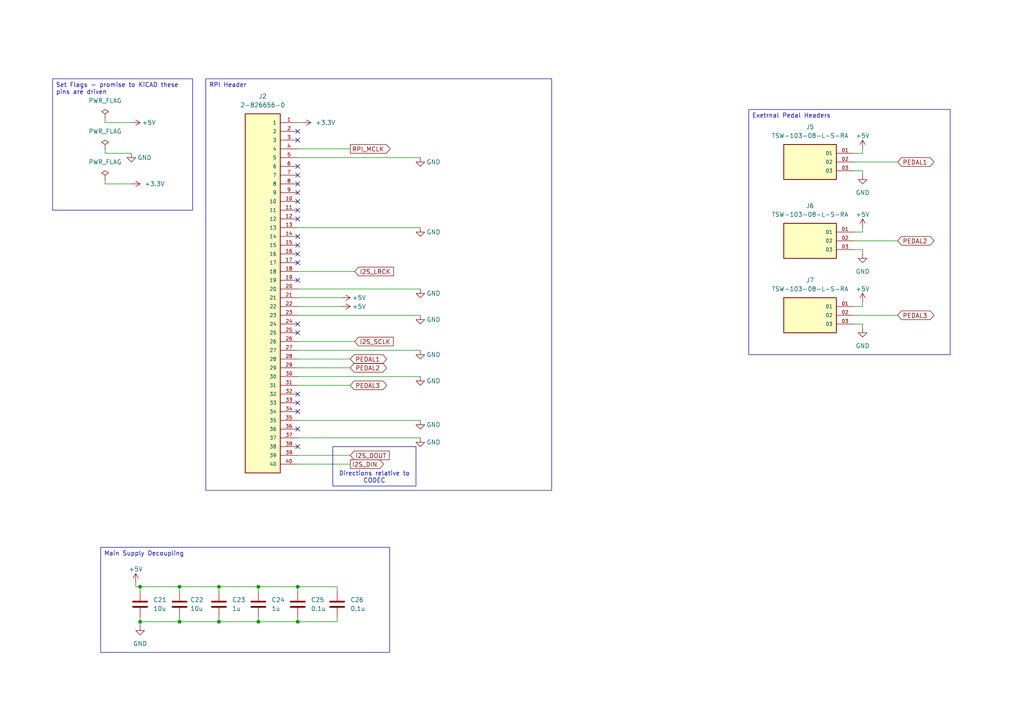
<source format=kicad_sch>
(kicad_sch (version 20230121) (generator eeschema)
  (paper "A4")
  (title_block (title "The Raspberry Jam") (date "2024-02-05") (rev "REV A0") (company "Engineer: Jed Scott"))
  (lib_symbols
    (symbol "2-826656-0:2-826656-0" (pin_names (offset 1.016))
      (property "Reference" "J" (at -5.58 53.34 0))
      (property "Value" "2-826656-0" (at -5.08 -53.34 0))
      (symbol "2-826656-0_0_0"
        (rectangle (start -5.08 -50.8) (end 5.08 53.34) (stroke (width 0.254)) (fill (type background)))
        (pin passive line (at -10.16 50.8 0) (length 5.08) (name "1") (number "1"))
        (pin passive line (at -10.16 27.94 0) (length 5.08) (name "10") (number "10"))
        (pin passive line (at -10.16 25.4 0) (length 5.08) (name "11") (number "11"))
        (pin passive line (at -10.16 22.86 0) (length 5.08) (name "12") (number "12"))
        (pin passive line (at -10.16 20.32 0) (length 5.08) (name "13") (number "13"))
        (pin passive line (at -10.16 17.78 0) (length 5.08) (name "14") (number "14"))
        (pin passive line (at -10.16 15.24 0) (length 5.08) (name "15") (number "15"))
        (pin passive line (at -10.16 12.7 0) (length 5.08) (name "16") (number "16"))
        (pin passive line (at -10.16 10.16 0) (length 5.08) (name "17") (number "17"))
        (pin passive line (at -10.16 7.62 0) (length 5.08) (name "18") (number "18"))
        (pin passive line (at -10.16 5.08 0) (length 5.08) (name "19") (number "19"))
        (pin passive line (at -10.16 48.26 0) (length 5.08) (name "2") (number "2"))
        (pin passive line (at -10.16 2.54 0) (length 5.08) (name "20") (number "20"))
        (pin passive line (at -10.16 0 0) (length 5.08) (name "21") (number "21"))
        (pin passive line (at -10.16 -2.54 0) (length 5.08) (name "22") (number "22"))
        (pin passive line (at -10.16 -5.08 0) (length 5.08) (name "23") (number "23"))
        (pin passive line (at -10.16 -7.62 0) (length 5.08) (name "24") (number "24"))
        (pin passive line (at -10.16 -10.16 0) (length 5.08) (name "25") (number "25"))
        (pin passive line (at -10.16 -12.7 0) (length 5.08) (name "26") (number "26"))
        (pin passive line (at -10.16 -15.24 0) (length 5.08) (name "27") (number "27"))
        (pin passive line (at -10.16 -17.78 0) (length 5.08) (name "28") (number "28"))
        (pin passive line (at -10.16 -20.32 0) (length 5.08) (name "29") (number "29"))
        (pin passive line (at -10.16 45.72 0) (length 5.08) (name "3") (number "3"))
        (pin passive line (at -10.16 -22.86 0) (length 5.08) (name "30") (number "30"))
        (pin passive line (at -10.16 -25.4 0) (length 5.08) (name "31") (number "31"))
        (pin passive line (at -10.16 -27.94 0) (length 5.08) (name "32") (number "32"))
        (pin passive line (at -10.16 -30.48 0) (length 5.08) (name "33") (number "33"))
        (pin passive line (at -10.16 -33.02 0) (length 5.08) (name "34") (number "34"))
        (pin passive line (at -10.16 -35.56 0) (length 5.08) (name "35") (number "35"))
        (pin passive line (at -10.16 -38.1 0) (length 5.08) (name "36") (number "36"))
        (pin passive line (at -10.16 -40.64 0) (length 5.08) (name "37") (number "37"))
        (pin passive line (at -10.16 -43.18 0) (length 5.08) (name "38") (number "38"))
        (pin passive line (at -10.16 -45.72 0) (length 5.08) (name "39") (number "39"))
        (pin passive line (at -10.16 43.18 0) (length 5.08) (name "4") (number "4"))
        (pin passive line (at -10.16 -48.26 0) (length 5.08) (name "40") (number "40"))
        (pin passive line (at -10.16 40.64 0) (length 5.08) (name "5") (number "5"))
        (pin passive line (at -10.16 38.1 0) (length 5.08) (name "6") (number "6"))
        (pin passive line (at -10.16 35.56 0) (length 5.08) (name "7") (number "7"))
        (pin passive line (at -10.16 33.02 0) (length 5.08) (name "8") (number "8"))
        (pin passive line (at -10.16 30.48 0) (length 5.08) (name "9") (number "9"))
      )
    )
    (symbol "Device:C" (pin_numbers hide) (pin_names (offset 0.254))
      (property "Reference" "C" (at 0.635 2.54 0))
      (property "Value" "C" (at 0.635 -2.54 0))
      (symbol "C_0_1"
        (polyline (pts (xy -2.032 -0.762) (xy 2.032 -0.762)) (stroke (width 0.508)))
        (polyline (pts (xy -2.032 0.762) (xy 2.032 0.762)) (stroke (width 0.508)))
      )
      (symbol "C_1_1"
        (pin passive line (at 0 3.81 270) (length 2.794) (name "~") (number "1"))
        (pin passive line (at 0 -3.81 90) (length 2.794) (name "~") (number "2"))
      )
    )
    (symbol "TSW-103-08-L-S-RA:TSW-103-08-L-S-RA" (pin_names (offset 1.016))
      (property "Reference" "J" (at -8.12 5.08 0))
      (property "Value" "TSW-103-08-L-S-RA" (at -7.62 -7.62 0))
      (symbol "TSW-103-08-L-S-RA_0_0"
        (rectangle (start -7.62 -5.08) (end 7.62 5.08) (stroke (width 0.254)) (fill (type background)))
        (pin passive line (at -12.7 2.54 0) (length 5.08) (name "01") (number "01"))
        (pin passive line (at -12.7 0 0) (length 5.08) (name "02") (number "02"))
        (pin passive line (at -12.7 -2.54 0) (length 5.08) (name "03") (number "03"))
      )
    )
    (symbol "power:+3.3V" (power) (pin_names (offset 0))
      (property "Value" "+3.3V" (at 0 3.556 0))
      (symbol "+3.3V_0_1"
        (polyline (pts (xy -0.762 1.27) (xy 0 2.54)))
        (polyline (pts (xy 0 0) (xy 0 2.54)))
        (polyline (pts (xy 0 2.54) (xy 0.762 1.27)))
      )
      (symbol "+3.3V_1_1"
        (pin power_in line (at 0 0 90) (length 0) hide (name "+3.3V") (number "1"))
      )
    )
    (symbol "power:+5V" (power) (pin_names (offset 0))
      (property "Value" "+5V" (at 0 3.556 0))
      (symbol "+5V_0_1"
        (polyline (pts (xy -0.762 1.27) (xy 0 2.54)))
        (polyline (pts (xy 0 0) (xy 0 2.54)))
        (polyline (pts (xy 0 2.54) (xy 0.762 1.27)))
      )
      (symbol "+5V_1_1"
        (pin power_in line (at 0 0 90) (length 0) hide (name "+5V") (number "1"))
      )
    )
    (symbol "power:GND" (power) (pin_names (offset 0))
      (property "Value" "GND" (at 0 -3.81 0))
      (symbol "GND_0_1"
        (polyline (pts (xy 0 0) (xy 0 -1.27) (xy 1.27 -1.27) (xy 0 -2.54) (xy -1.27 -1.27) (xy 0 -1.27)))
      )
      (symbol "GND_1_1"
        (pin power_in line (at 0 0 270) (length 0) hide (name "GND") (number "1"))
      )
    )
    (symbol "power:PWR_FLAG" (power) (pin_numbers hide) (pin_names (offset 0) hide)
      (property "Value" "PWR_FLAG" (at 0 3.81 0))
      (symbol "PWR_FLAG_0_0"
        (pin power_out line (at 0 0 90) (length 0) (name "pwr") (number "1"))
      )
      (symbol "PWR_FLAG_0_1"
        (polyline (pts (xy 0 0) (xy 0 1.27) (xy -1.016 1.905) (xy 0 2.54) (xy 1.016 1.905) (xy 0 1.27)))
      )
    )
  )
  (junction (at 63.5 170.18))
  (junction (at 63.5 180.34))
  (junction (at 74.93 170.18))
  (junction (at 74.93 180.34))
  (junction (at 40.64 170.18))
  (junction (at 40.64 180.34))
  (junction (at 86.36 180.34))
  (junction (at 86.36 170.18))
  (junction (at 52.07 180.34))
  (junction (at 52.07 170.18))
  (no_connect (at 86.36 76.2))
  (no_connect (at 86.36 60.96))
  (no_connect (at 86.36 124.46))
  (no_connect (at 86.36 55.88))
  (no_connect (at 86.36 119.38))
  (no_connect (at 86.36 129.54))
  (no_connect (at 86.36 96.52))
  (no_connect (at 86.36 114.3))
  (no_connect (at 86.36 81.28))
  (no_connect (at 86.36 48.26))
  (no_connect (at 86.36 58.42))
  (no_connect (at 86.36 50.8))
  (no_connect (at 86.36 93.98))
  (no_connect (at 86.36 38.1))
  (no_connect (at 86.36 63.5))
  (no_connect (at 86.36 40.64))
  (no_connect (at 86.36 71.12))
  (no_connect (at 86.36 68.58))
  (no_connect (at 86.36 116.84))
  (no_connect (at 86.36 73.66))
  (no_connect (at 86.36 53.34))
  (wire (pts (xy 40.64 170.18) (xy 40.64 171.45)))
  (wire (pts (xy 86.36 99.06) (xy 102.87 99.06)))
  (wire (pts (xy 52.07 170.18) (xy 52.07 171.45)))
  (wire (pts (xy 30.48 44.45) (xy 38.1 44.45)))
  (wire (pts (xy 86.36 66.04) (xy 121.92 66.04)))
  (wire (pts (xy 63.5 179.07) (xy 63.5 180.34)))
  (wire (pts (xy 86.36 180.34) (xy 97.79 180.34)))
  (wire (pts (xy 86.36 45.72) (xy 121.92 45.72)))
  (wire (pts (xy 63.5 170.18) (xy 74.93 170.18)))
  (wire (pts (xy 86.36 132.08) (xy 101.6 132.08)))
  (wire (pts (xy 40.64 180.34) (xy 52.07 180.34)))
  (wire (pts (xy 247.65 44.45) (xy 250.19 44.45)))
  (wire (pts (xy 52.07 180.34) (xy 63.5 180.34)))
  (wire (pts (xy 86.36 106.68) (xy 101.6 106.68)))
  (wire (pts (xy 86.36 121.92) (xy 121.92 121.92)))
  (wire (pts (xy 63.5 180.34) (xy 74.93 180.34)))
  (wire (pts (xy 30.48 35.56) (xy 38.1 35.56)))
  (wire (pts (xy 86.36 43.18) (xy 101.6 43.18)))
  (wire (pts (xy 74.93 170.18) (xy 86.36 170.18)))
  (wire (pts (xy 86.36 91.44) (xy 121.92 91.44)))
  (wire (pts (xy 40.64 179.07) (xy 40.64 180.34)))
  (wire (pts (xy 52.07 179.07) (xy 52.07 180.34)))
  (wire (pts (xy 247.65 69.85) (xy 260.35 69.85)))
  (wire (pts (xy 86.36 170.18) (xy 86.36 171.45)))
  (wire (pts (xy 86.36 170.18) (xy 97.79 170.18)))
  (wire (pts (xy 30.48 34.29) (xy 30.48 35.56)))
  (wire (pts (xy 86.36 88.9) (xy 99.06 88.9)))
  (wire (pts (xy 39.37 168.91) (xy 39.37 170.18)))
  (wire (pts (xy 250.19 93.98) (xy 250.19 95.25)))
  (wire (pts (xy 247.65 49.53) (xy 250.19 49.53)))
  (wire (pts (xy 86.36 109.22) (xy 121.92 109.22)))
  (wire (pts (xy 30.48 52.07) (xy 30.48 53.34)))
  (wire (pts (xy 247.65 67.31) (xy 250.19 67.31)))
  (wire (pts (xy 63.5 170.18) (xy 63.5 171.45)))
  (wire (pts (xy 86.36 104.14) (xy 101.6 104.14)))
  (wire (pts (xy 247.65 91.44) (xy 260.35 91.44)))
  (wire (pts (xy 247.65 72.39) (xy 250.19 72.39)))
  (wire (pts (xy 86.36 127) (xy 121.92 127)))
  (wire (pts (xy 86.36 111.76) (xy 101.6 111.76)))
  (wire (pts (xy 97.79 170.18) (xy 97.79 171.45)))
  (wire (pts (xy 74.93 170.18) (xy 74.93 171.45)))
  (wire (pts (xy 86.36 83.82) (xy 121.92 83.82)))
  (wire (pts (xy 74.93 180.34) (xy 86.36 180.34)))
  (wire (pts (xy 250.19 49.53) (xy 250.19 50.8)))
  (wire (pts (xy 86.36 134.62) (xy 101.6 134.62)))
  (wire (pts (xy 30.48 43.18) (xy 30.48 44.45)))
  (wire (pts (xy 30.48 53.34) (xy 38.1 53.34)))
  (wire (pts (xy 86.36 86.36) (xy 99.06 86.36)))
  (wire (pts (xy 250.19 44.45) (xy 250.19 43.18)))
  (wire (pts (xy 247.65 93.98) (xy 250.19 93.98)))
  (wire (pts (xy 86.36 179.07) (xy 86.36 180.34)))
  (wire (pts (xy 250.19 67.31) (xy 250.19 66.04)))
  (wire (pts (xy 40.64 170.18) (xy 52.07 170.18)))
  (wire (pts (xy 86.36 78.74) (xy 102.87 78.74)))
  (wire (pts (xy 247.65 88.9) (xy 250.19 88.9)))
  (wire (pts (xy 74.93 179.07) (xy 74.93 180.34)))
  (wire (pts (xy 87.63 35.56) (xy 86.36 35.56)))
  (wire (pts (xy 86.36 101.6) (xy 121.92 101.6)))
  (wire (pts (xy 250.19 88.9) (xy 250.19 87.63)))
  (wire (pts (xy 39.37 170.18) (xy 40.64 170.18)))
  (wire (pts (xy 40.64 180.34) (xy 40.64 181.61)))
  (wire (pts (xy 97.79 180.34) (xy 97.79 179.07)))
  (wire (pts (xy 250.19 72.39) (xy 250.19 73.66)))
  (wire (pts (xy 247.65 46.99) (xy 260.35 46.99)))
  (wire (pts (xy 52.07 170.18) (xy 63.5 170.18)))
  (text_box "Exetrnal Pedal Headers" (at 217.17 31.75 0) (size 58.42 71.12) (effects (font (size 1.27 1.27)) (justify left top)))
  (text_box "RPI Header \n" (at 59.69 22.86 0) (size 100.33 119.38) (effects (font (size 1.27 1.27)) (justify left top)))
  (text_box "Directions relative to CODEC" (at 96.52 129.54 0) (size 24.13 11.43) (effects (font (size 1.27 1.27)) (justify bottom)))
  (text_box "Main Supply Decoupling" (at 29.21 158.75 0) (size 83.82 30.48) (effects (font (size 1.27 1.27)) (justify left top)))
  (text_box "Set Flags - promise to KiCAD these pins are driven" (at 15.24 22.86 0) (size 40.64 38.1) (effects (font (size 1.27 1.27)) (justify left top)))
  (global_label "PEDAL3" (shape bidirectional) (at 101.6 111.76 0) (property "Intersheetrefs" "${INTERSHEET_REFS}" (effects hide)))
  (global_label "PEDAL1" (shape bidirectional) (at 260.35 46.99 0) (property "Intersheetrefs" "${INTERSHEET_REFS}" (effects hide)))
  (global_label "PEDAL2" (shape bidirectional) (at 101.6 106.68 0) (property "Intersheetrefs" "${INTERSHEET_REFS}" (effects hide)))
  (global_label "RPI_MCLK" (shape output) (at 101.6 43.18 0) (property "Intersheetrefs" "${INTERSHEET_REFS}" (effects hide)))
  (global_label "I2S_LRCK" (shape input) (at 102.87 78.74 0) (property "Intersheetrefs" "${INTERSHEET_REFS}" (effects hide)))
  (global_label "I2S_DIN" (shape output) (at 101.6 134.62 0) (property "Intersheetrefs" "${INTERSHEET_REFS}" (effects hide)))
  (global_label "PEDAL1" (shape bidirectional) (at 101.6 104.14 0) (property "Intersheetrefs" "${INTERSHEET_REFS}" (effects hide)))
  (global_label "PEDAL2" (shape bidirectional) (at 260.35 69.85 0) (property "Intersheetrefs" "${INTERSHEET_REFS}" (effects hide)))
  (global_label "I2S_DOUT" (shape input) (at 101.6 132.08 0) (property "Intersheetrefs" "${INTERSHEET_REFS}" (effects hide)))
  (global_label "PEDAL3" (shape bidirectional) (at 260.35 91.44 0) (property "Intersheetrefs" "${INTERSHEET_REFS}" (effects hide)))
  (global_label "I2S_SCLK" (shape input) (at 102.87 99.06 0) (property "Intersheetrefs" "${INTERSHEET_REFS}" (effects hide)))
  (symbol (lib_id "power:PWR_FLAG") (at 30.48 43.18 0) (unit 1)
    (property "Reference" "#FLG02" (effects hide))
    (property "Value" "PWR_FLAG" (at 30.48 38.1 0))
  )
  (symbol (lib_id "power:+5V") (at 99.06 88.9 270) (unit 1)
    (property "Reference" "#PWR065" (effects hide))
    (property "Value" "+5V" (at 104.14 88.9 90))
  )
  (symbol (lib_id "2-826656-0:2-826656-0") (at 76.2 86.36 0) (mirror y) (unit 1)
    (property "Reference" "J2" (at 76.2 27.94 0))
    (property "Value" "2-826656-0" (at 76.2 30.48 0))
    (property "Footprint" "2-826656-0:TE_2-826656-0" (effects hide))
    (property "Check_prices" "https://www.snapeda.com/parts/2-826656-0/TE+Connectivity+AMP+Connectors/view-part/?ref=eda" (effects hide))
    (property "Package" "None" (effects hide))
    (property "STANDARD" "Manufacturer Recommendations" (effects hide))
    (property "PARTREV" "R" (effects hide))
    (property "SnapEDA_Link" "https://www.snapeda.com/parts/2-826656-0/TE+Connectivity+AMP+Connectors/view-part/?ref=snap" (effects hide))
    (property "Purchase-URL" "https://www.snapeda.com/api/url_track_click_mouser/?unipart_id=592662&manufacturer=TE Connectivity&part_name=2-826656-0&search_term=2x20 header pins" (effects hide))
    (property "Number_of_Positions" "40" (effects hide))
    (property "MANUFACTURER" "TE" (effects hide))
    (property "Comment" "2-826656-0" (effects hide))
    (property "MF" "TE Connectivity" (effects hide))
    (property "Product_Type" "Connector" (effects hide))
    (property "Description" "\nPin header 2x20 straight gold Mod II | TE Connectivity 2-826656-0\n" (effects hide))
    (property "Price" "None" (effects hide))
    (property "MP" "2-826656-0" (effects hide))
    (property "EU_RoHS_Compliance" "Compliant" (effects hide))
    (property "Availability" "In Stock" (effects hide))
    (property "Centerline_Pitch" "2.54 mm[.1 in]" (effects hide))
  )
  (symbol (lib_id "Device:C") (at 52.07 175.26 0) (unit 1)
    (property "Reference" "C22" (at 55.1391 173.99 0) (effects (justify left)))
    (property "Value" "10u" (at 55.1391 176.53 0) (effects (justify left)))
    (property "Footprint" "Capacitor_SMD:C_0805_2012Metric_Pad1.18x1.45mm_HandSolder" (effects hide))
  )
  (symbol (lib_id "power:GND") (at 121.92 109.22 0) (unit 1)
    (property "Reference" "#PWR018" (effects hide))
    (property "Value" "GND" (at 125.73 110.49 0))
  )
  (symbol (lib_id "power:+5V") (at 99.06 86.36 270) (unit 1)
    (property "Reference" "#PWR064" (effects hide))
    (property "Value" "+5V" (at 104.14 86.36 90))
  )
  (symbol (lib_id "power:GND") (at 121.92 66.04 0) (unit 1)
    (property "Reference" "#PWR022" (effects hide))
    (property "Value" "GND" (at 125.73 67.31 0))
  )
  (symbol (lib_id "power:GND") (at 250.19 95.25 0) (unit 1)
    (property "Reference" "#PWR038" (effects hide))
    (property "Value" "GND" (at 250.19 100.33 0))
  )
  (symbol (lib_id "Device:C") (at 74.93 175.26 0) (unit 1)
    (property "Reference" "C24" (at 78.74 173.99 0) (effects (justify left)))
    (property "Value" "1u" (at 78.74 176.53 0) (effects (justify left)))
    (property "Footprint" "Capacitor_SMD:C_0805_2012Metric_Pad1.18x1.45mm_HandSolder" (effects hide))
  )
  (symbol (lib_id "power:+5V") (at 39.37 168.91 0) (mirror y) (unit 1)
    (property "Reference" "#PWR068" (effects hide))
    (property "Value" "+5V" (at 39.37 165.1 0))
  )
  (symbol (lib_id "power:GND") (at 121.92 83.82 0) (unit 1)
    (property "Reference" "#PWR023" (effects hide))
    (property "Value" "GND" (at 125.73 85.09 0))
  )
  (symbol (lib_id "power:+5V") (at 250.19 66.04 0) (unit 1)
    (property "Reference" "#PWR070" (effects hide))
    (property "Value" "+5V" (at 250.19 62.23 0))
  )
  (symbol (lib_id "power:GND") (at 121.92 127 0) (unit 1)
    (property "Reference" "#PWR020" (effects hide))
    (property "Value" "GND" (at 125.73 128.27 0))
  )
  (symbol (lib_id "TSW-103-08-L-S-RA:TSW-103-08-L-S-RA") (at 234.95 91.44 0) (mirror y) (unit 1)
    (property "Reference" "J7" (at 234.95 81.28 0))
    (property "Value" "TSW-103-08-L-S-RA" (at 234.95 83.82 0))
    (property "Footprint" "TSW-103-08-L-S-RA:SAMTEC_TSW-103-08-L-S-RA" (effects hide))
    (property "MF" "Samtec Inc." (effects hide))
    (property "Description" "\nTSW - Samtec 2.54mm Right Angle Through Hole Header 2.29mm Solder Tail (08) - Fast Stock(mc)\n" (effects hide))
    (property "Package" "None" (effects hide))
    (property "Price" "None" (effects hide))
    (property "Check_prices" "https://www.snapeda.com/parts/TSW-103-08-L-S-RA/Samtec+Inc./view-part/?ref=eda" (effects hide))
    (property "STANDARD" "Manufacturer Recommendations" (effects hide))
    (property "PARTREV" "R" (effects hide))
    (property "SnapEDA_Link" "https://www.snapeda.com/parts/TSW-103-08-L-S-RA/Samtec+Inc./view-part/?ref=snap" (effects hide))
    (property "MP" "TSW-103-08-L-S-RA" (effects hide))
    (property "Purchase-URL" "https://www.snapeda.com/api/url_track_click_mouser/?unipart_id=2813250&manufacturer=Samtec Inc.&part_name=TSW-103-08-L-S-RA&search_term=tsw-103-08-l-s-ra" (effects hide))
    (property "Availability" "In Stock" (effects hide))
    (property "MANUFACTURER" "Samtec Inc." (effects hide))
  )
  (symbol (lib_id "power:GND") (at 40.64 181.61 0) (unit 1)
    (property "Reference" "#PWR066" (effects hide))
    (property "Value" "GND" (at 40.64 186.69 0))
  )
  (symbol (lib_id "TSW-103-08-L-S-RA:TSW-103-08-L-S-RA") (at 234.95 46.99 0) (mirror y) (unit 1)
    (property "Reference" "J5" (at 234.95 36.83 0))
    (property "Value" "TSW-103-08-L-S-RA" (at 234.95 39.37 0))
    (property "Footprint" "TSW-103-08-L-S-RA:SAMTEC_TSW-103-08-L-S-RA" (effects hide))
    (property "MF" "Samtec Inc." (effects hide))
    (property "Description" "\nTSW - Samtec 2.54mm Right Angle Through Hole Header 2.29mm Solder Tail (08) - Fast Stock(mc)\n" (effects hide))
    (property "Package" "None" (effects hide))
    (property "Price" "None" (effects hide))
    (property "Check_prices" "https://www.snapeda.com/parts/TSW-103-08-L-S-RA/Samtec+Inc./view-part/?ref=eda" (effects hide))
    (property "STANDARD" "Manufacturer Recommendations" (effects hide))
    (property "PARTREV" "R" (effects hide))
    (property "SnapEDA_Link" "https://www.snapeda.com/parts/TSW-103-08-L-S-RA/Samtec+Inc./view-part/?ref=snap" (effects hide))
    (property "MP" "TSW-103-08-L-S-RA" (effects hide))
    (property "Purchase-URL" "https://www.snapeda.com/api/url_track_click_mouser/?unipart_id=2813250&manufacturer=Samtec Inc.&part_name=TSW-103-08-L-S-RA&search_term=tsw-103-08-l-s-ra" (effects hide))
    (property "Availability" "In Stock" (effects hide))
    (property "MANUFACTURER" "Samtec Inc." (effects hide))
  )
  (symbol (lib_id "power:+3.3V") (at 38.1 53.34 270) (unit 1)
    (property "Reference" "#PWR075" (effects hide))
    (property "Value" "+3.3V" (at 41.91 53.34 90) (effects (justify left)))
  )
  (symbol (lib_id "power:PWR_FLAG") (at 30.48 52.07 0) (unit 1)
    (property "Reference" "#FLG03" (effects hide))
    (property "Value" "PWR_FLAG" (at 30.48 46.99 0))
  )
  (symbol (lib_id "power:GND") (at 121.92 45.72 0) (unit 1)
    (property "Reference" "#PWR021" (effects hide))
    (property "Value" "GND" (at 125.73 46.99 0))
  )
  (symbol (lib_id "Device:C") (at 63.5 175.26 0) (unit 1)
    (property "Reference" "C23" (at 67.31 173.99 0) (effects (justify left)))
    (property "Value" "1u" (at 67.31 176.53 0) (effects (justify left)))
    (property "Footprint" "Capacitor_SMD:C_0805_2012Metric_Pad1.18x1.45mm_HandSolder" (effects hide))
  )
  (symbol (lib_id "power:GND") (at 121.92 91.44 0) (unit 1)
    (property "Reference" "#PWR016" (effects hide))
    (property "Value" "GND" (at 125.73 92.71 0))
  )
  (symbol (lib_id "power:+5V") (at 38.1 35.56 270) (unit 1)
    (property "Reference" "#PWR074" (effects hide))
    (property "Value" "+5V" (at 43.18 35.56 90))
  )
  (symbol (lib_id "Device:C") (at 86.36 175.26 0) (unit 1)
    (property "Reference" "C25" (at 90.17 173.99 0) (effects (justify left)))
    (property "Value" "0.1u" (at 90.17 176.53 0) (effects (justify left)))
    (property "Footprint" "Capacitor_SMD:C_0805_2012Metric_Pad1.18x1.45mm_HandSolder" (effects hide))
  )
  (symbol (lib_id "power:PWR_FLAG") (at 30.48 34.29 0) (unit 1)
    (property "Reference" "#FLG01" (effects hide))
    (property "Value" "PWR_FLAG" (at 30.48 29.21 0))
  )
  (symbol (lib_id "power:+5V") (at 250.19 43.18 0) (unit 1)
    (property "Reference" "#PWR069" (effects hide))
    (property "Value" "+5V" (at 250.19 39.37 0))
  )
  (symbol (lib_id "power:+3.3V") (at 87.63 35.56 270) (unit 1)
    (property "Reference" "#PWR052" (effects hide))
    (property "Value" "+3.3V" (at 91.44 35.56 90) (effects (justify left)))
  )
  (symbol (lib_id "power:GND") (at 121.92 121.92 0) (unit 1)
    (property "Reference" "#PWR019" (effects hide))
    (property "Value" "GND" (at 125.73 123.19 0))
  )
  (symbol (lib_id "Device:C") (at 97.79 175.26 0) (unit 1)
    (property "Reference" "C26" (at 101.6 173.99 0) (effects (justify left)))
    (property "Value" "0.1u" (at 101.6 176.53 0) (effects (justify left)))
    (property "Footprint" "Capacitor_SMD:C_0805_2012Metric_Pad1.18x1.45mm_HandSolder" (effects hide))
  )
  (symbol (lib_id "power:GND") (at 38.1 44.45 0) (unit 1)
    (property "Reference" "#PWR076" (effects hide))
    (property "Value" "GND" (at 41.91 45.72 0))
  )
  (symbol (lib_id "power:GND") (at 250.19 50.8 0) (unit 1)
    (property "Reference" "#PWR014" (effects hide))
    (property "Value" "GND" (at 250.19 55.88 0))
  )
  (symbol (lib_id "Device:C") (at 40.64 175.26 0) (unit 1)
    (property "Reference" "C21" (at 44.45 173.99 0) (effects (justify left)))
    (property "Value" "10u" (at 44.45 176.53 0) (effects (justify left)))
    (property "Footprint" "Capacitor_SMD:C_0805_2012Metric_Pad1.18x1.45mm_HandSolder" (effects hide))
  )
  (symbol (lib_id "power:GND") (at 250.19 73.66 0) (unit 1)
    (property "Reference" "#PWR037" (effects hide))
    (property "Value" "GND" (at 250.19 78.74 0))
  )
  (symbol (lib_id "power:+5V") (at 250.19 87.63 0) (unit 1)
    (property "Reference" "#PWR071" (effects hide))
    (property "Value" "+5V" (at 250.19 83.82 0))
  )
  (symbol (lib_id "power:GND") (at 121.92 101.6 0) (unit 1)
    (property "Reference" "#PWR017" (effects hide))
    (property "Value" "GND" (at 125.73 102.87 0))
  )
  (symbol (lib_id "TSW-103-08-L-S-RA:TSW-103-08-L-S-RA") (at 234.95 69.85 0) (mirror y) (unit 1)
    (property "Reference" "J6" (at 234.95 59.69 0))
    (property "Value" "TSW-103-08-L-S-RA" (at 234.95 62.23 0))
    (property "Footprint" "TSW-103-08-L-S-RA:SAMTEC_TSW-103-08-L-S-RA" (effects hide))
    (property "MF" "Samtec Inc." (effects hide))
    (property "Description" "\nTSW - Samtec 2.54mm Right Angle Through Hole Header 2.29mm Solder Tail (08) - Fast Stock(mc)\n" (effects hide))
    (property "Package" "None" (effects hide))
    (property "Price" "None" (effects hide))
    (property "Check_prices" "https://www.snapeda.com/parts/TSW-103-08-L-S-RA/Samtec+Inc./view-part/?ref=eda" (effects hide))
    (property "STANDARD" "Manufacturer Recommendations" (effects hide))
    (property "PARTREV" "R" (effects hide))
    (property "SnapEDA_Link" "https://www.snapeda.com/parts/TSW-103-08-L-S-RA/Samtec+Inc./view-part/?ref=snap" (effects hide))
    (property "MP" "TSW-103-08-L-S-RA" (effects hide))
    (property "Purchase-URL" "https://www.snapeda.com/api/url_track_click_mouser/?unipart_id=2813250&manufacturer=Samtec Inc.&part_name=TSW-103-08-L-S-RA&search_term=tsw-103-08-l-s-ra" (effects hide))
    (property "Availability" "In Stock" (effects hide))
    (property "MANUFACTURER" "Samtec Inc." (effects hide))
  )
)
</source>
